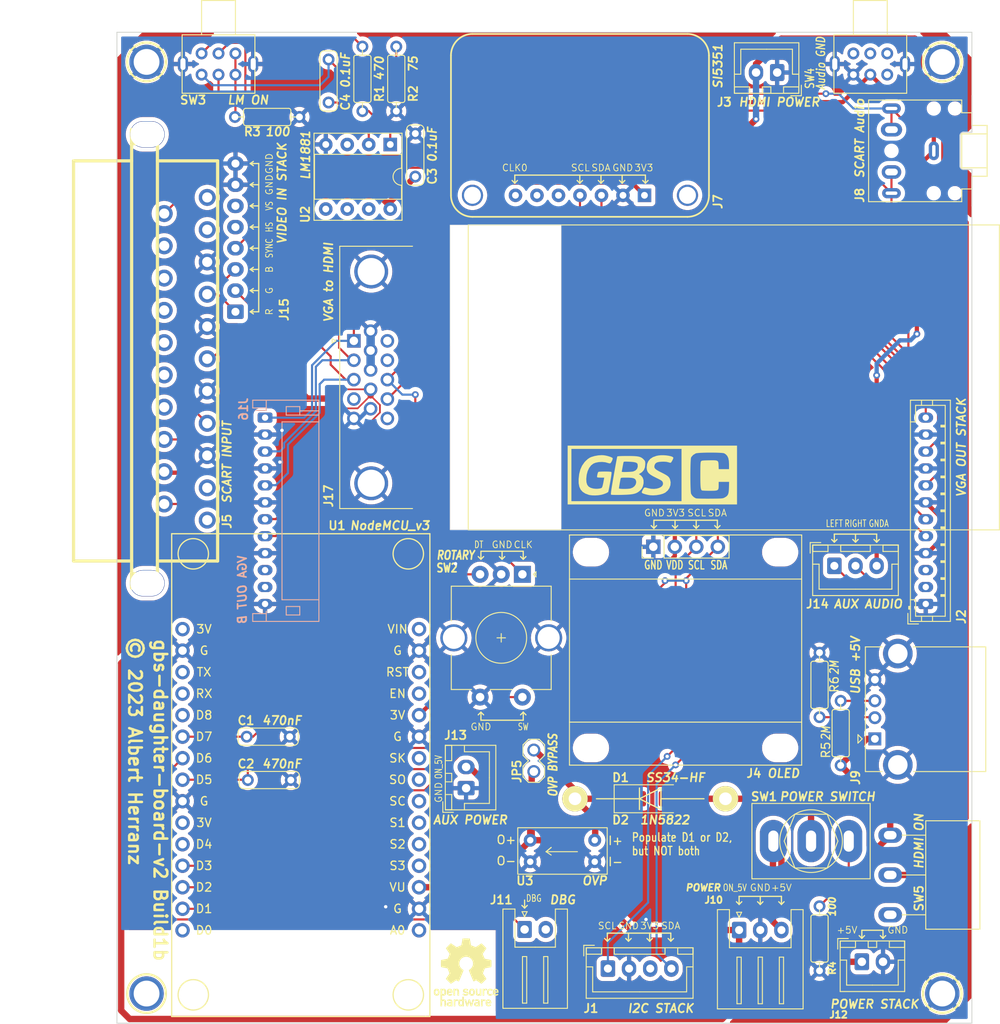
<source format=kicad_pcb>
(kicad_pcb (version 20221018) (generator pcbnew)
  (title_block (title "gbs-daughter-board v2") (date "2024-02-04") (rev "Build1b") (company "Albert Herranz"))
  (layers (0 "F.Cu" signal) (31 "B.Cu" signal) (34 "B.Paste" user) (35 "F.Paste" user) (36 "B.SilkS" user "B.Silkscreen") (37 "F.SilkS" user "F.Silkscreen") (38 "B.Mask" user) (39 "F.Mask" user) (44 "Edge.Cuts" user))
  (net 0 "")
  (net 16 "/SDA")
  (net 17 "/SCL")
  (net 19 "GND")
  (net 20 "+3V3")
  (net 21 "/CLK")
  (net 22 "/DBG")
  (net 23 "/1_SW")
  (net 24 "/A_CLK")
  (net 27 "/ARIGHT")
  (net 28 "/B")
  (net 31 "/G")
  (net 34 "/R")
  (net 38 "/SYNC")
  (net 42 "GNDA")
  (net 43 "/ALEFT")
  (net 44 "+5V")
  (net 45 "Net-(U2-VIDEO)")
  (net 46 "Net-(U2-CSYNC)")
  (net 51 "/LM_SYNC_IN")
  (net 52 "/SCART_SYNC")
  (net 53 "Net-(J9-D-)")
  (net 54 "Net-(D1-K)")
  (net 55 "/SYNC100")
  (net 56 "/ON_5V")
  (net 57 "Net-(SW1-C)")
  (net 58 "Net-(D1-A)")
  (net 59 "/MCU_3V3")
  (net 61 "/B_DT")
  (net 63 "Net-(J9-D+)")
  (net 64 "/LM_SYNC_OUT")
  (net 65 "/VO_RED")
  (net 66 "/VO_GREEN")
  (net 67 "/VO_BLUE")
  (net 68 "/VO_HSYNC")
  (net 69 "/VO_VSYNC")
  (net 72 "/HSYNC")
  (net 73 "/VSYNC")
  (net 80 "/ON_HDMI")
  (footprint "My_Components:OSHW-Logo_7.5x8mm_SilkScreen" (layer "F.Cu") (at 111 144.25)
    (fp_text reference "SYM1" hide)
    (fp_text value "Logo_Open_Hardware_Large" hide)
  )
  (footprint "My_Components:Res_762" (layer "F.Cu") (at 98.75 38.75 90)
    (fp_text reference "R1")
    (fp_text value "470")
  )
  (footprint "Connector_JST:JST_XH_S2B-XH-A_1x02_P2.50mm_Horizontal" (layer "F.Cu") (at 117.90875 139.1825)
    (fp_text reference "J11")
    (fp_text value "DBG")
  )
  (footprint "My_Components:GBS-C_Logo" (layer "F.Cu") (at 133 85.5)
    (fp_text reference "G***" hide)
    (fp_text value "LOGO" hide)
  )
  (footprint "My_Components:Hole_3mm" (layer "F.Cu") (at 73.25 146.75 -90)
    (fp_text reference "HOLE4" hide)
    (fp_text value "HOLE" hide)
  )
  (footprint "My_Components:DIODE-DO-27-DO-201AD" (layer "F.Cu") (at 132.75 123.75 180)
    (fp_text reference "D2")
    (fp_text value "1N5822")
  )
  (footprint "Connector_JST:JST_PH_B12B-PH-K_1x12_P2.00mm_Vertical" (layer "F.Cu") (at 165.3 100.75 90)
    (fp_text reference "J2")
    (fp_text value "VGA OUT STACK")
  )
  (footprint "My_Components:Cap_Cer_508" (layer "F.Cu") (at 105 47.75 90)
    (fp_text reference "C3")
    (fp_text value "0.1uF")
  )
  (footprint "Connector_USB:USB_A_CONNFLY_DS1095-WNR0" (layer "F.Cu") (at 159.29 116.68 90)
    (fp_text reference "J9")
    (fp_text value "USB +5V")
  )
  (footprint "My_Components:Cap_Cer_508" (layer "F.Cu") (at 94.75 39 90)
    (fp_text reference "C4")
    (fp_text value "0.1uF")
  )
  (footprint "TG9541:Display_128x64_096_I2C" (layer "F.Cu") (at 136.926 94.001)
    (fp_text reference "J4")
    (fp_text value "OLED")
  )
  (footprint "Connector_JST:JST_XH_B2B-XH-A_1x02_P2.50mm_Vertical" (layer "F.Cu") (at 111 122.5 90)
    (fp_text reference "J13")
    (fp_text value "AUX POWER")
  )
  (footprint "Connector_JST:JST_XH_B3B-XH-A_1x03_P2.50mm_Vertical" (layer "F.Cu") (at 154.5 96.25)
    (fp_text reference "J14")
    (fp_text value "AUX AUDIO")
  )
  (footprint "My_Components:si5351a_Module" (layer "F.Cu") (at 111.75 52.5)
    (fp_text reference "J7")
    (fp_text value "SI5351")
  )
  (footprint "My_Components:Hole_3mm" (layer "F.Cu") (at 167.25 36.75 -90)
    (fp_text reference "HOLE1" hide)
    (fp_text value "HOLE" hide)
  )
  (footprint "Connector_JST:JST_XH_S3B-XH-A_1x03_P2.50mm_Horizontal" (layer "F.Cu") (at 143.25 139.25)
    (fp_text reference "J10")
    (fp_text value "POWER")
  )
  (footprint "My_Components:Res_762" (layer "F.Cu") (at 155.25 116 90)
    (fp_text reference "R5")
    (fp_text value "2M")
  )
  (footprint "My_Components:Conn_Pin_Header_2x1_2.54mm_NoKey" (layer "F.Cu") (at 119 119.27 90)
    (fp_text reference "JP5")
    (fp_text value "OVP BYPASS")
  )
  (footprint "My_Components:Hole_3mm" (layer "F.Cu") (at 167.25 146.75 -90)
    (fp_text reference "HOLE2" hide)
    (fp_text value "HOLE" hide)
  )
  (footprint "ESP8266:NodeMCU-LoLinV3-LargePads" (layer "F.Cu") (at 91.47 118.96 180)
    (fp_text reference "U1")
    (fp_text value "NodeMCU_v3")
  )
  (footprint "My_Components:Cap_Cer_508" (layer "F.Cu") (at 87.62 116.42 180)
    (fp_text reference "C1")
    (fp_text value "470nF")
  )
  (footprint "My_Components:Res_762" (layer "F.Cu") (at 87.5 43.25 180)
    (fp_text reference "R3")
    (fp_text value "100")
  )
  (footprint "My_Components:SW_SK-22D07VG4-2P2T-4mm" (layer "F.Cu") (at 83.75 38.25 180)
    (fp_text reference "SW3")
    (fp_text value "LM ON")
  )
  (footprint "My_Components:SW_Toggle_Blue_wSlots" (layer "F.Cu") (at 151.75 128.75)
    (fp_text reference "SW1")
    (fp_text value "POWER SWITCH")
  )
  (footprint "Connector_Dsub:DSUB-15-HD_Female_Horizontal_P2.29x1.98mm_EdgePinOffset3.03mm_Housed_MountingHolesOffset4.94mm" (layer "F.Cu") (at 97.739 69.685 90)
    (fp_text reference "J17")
    (fp_text value "VGA to HDMI")
  )
  (footprint "My_Components:Res_762" (layer "F.Cu") (at 102.75 38.75 90)
    (fp_text reference "R2")
    (fp_text value "75")
  )
  (footprint "My_Components:SW_SS-12D11" (layer "F.Cu") (at 170 132.75 -90)
    (fp_text reference "SW5")
    (fp_text value "HDMI ON")
  )
  (footprint "My_Components:OVP_Module_5.5V_2.5A_30V" (layer "F.Cu") (at 121.75 125.5 180)
    (fp_text reference "U3")
    (fp_text value "OVP")
  )
  (footprint "w_conn_av:SCART" (layer "F.Cu") (at 73.13534 71.8 -90)
    (fp_text reference "J5")
    (fp_text value "SCART INPUT")
  )
  (footprint "Connector_Audio:Jack_3.5mm_CUI_SJ1-3525N_Horizontal" (layer "F.Cu") (at 166.25 47.25 90)
    (fp_text reference "J8")
    (fp_text value "SCART Audio")
    (fp_line (start -2.2 3.5) (end -2.2 4.5) (stroke (width 0.12)) (layer "Edge.Cuts"))
    (fp_line (start -2.2 4.5) (end -6.5 4.5) (stroke (width 0.12)) (layer "Edge.Cuts"))
    (fp_line (start 1.8 3.1) (end -1.8 3.1) (stroke (width 0.12)) (layer "Edge.Cuts"))
    (fp_line (start 2.2 3.5) (end 2.2 4.5) (stroke (width 0.12)) (layer "Edge.Cuts"))
    (fp_line (start 2.2 4.5) (end 6.5 4.5) (stroke (width 0.12)) (layer "Edge.Cuts"))
    (fp_arc (start -2.2 3.5) (mid -2.082842 3.217158) (end -1.8 3.1) (stroke (width 0.12)) (layer "Edge.Cuts"))
    (fp_arc (start 1.8 3.1) (mid 2.082843 3.217157) (end 2.2 3.5) (stroke (width 0.12)) (layer "Edge.Cuts"))
  )
  (footprint "My_Components:Res_762" (layer "F.Cu") (at 152.75 110.31 -90)
    (fp_text reference "R6")
    (fp_text value "2M")
  )
  (footprint "Rotary_Encoder:RotaryEncoder_Alps_EC11E-Switch_Vertical_H20mm_CircularMountingHoles" (layer "F.Cu") (at 117.65 97.25 -90)
    (fp_text reference "SW2")
    (fp_text value "ROTARY")
  )
  (footprint "My_Components:Hole_3mm" (layer "F.Cu") (at 73.25 36.75 -90)
    (fp_text reference "HOLE3" hide)
    (fp_text value "HOLE" hide)
  )
  (footprint "Connector_JST:JST_XH_B4B-XH-A_1x04_P2.50mm_Vertical" (layer "F.Cu") (at 127.75 143.8)
    (fp_text reference "J1")
    (fp_text value "I2C STACK")
  )
  (footprint "My_Components:Cap_Cer_508" (layer "F.Cu") (at 87.75 121.54 180)
    (fp_text reference "C2")
    (fp_text value "470nF")
  )
  (footprint "Connector_JST:JST_XH_B2B-XH-A_1x02_P2.50mm_Vertical" (layer "F.Cu") (at 157.75 143)
    (fp_text reference "J12")
    (fp_text value "POWER STACK")
  )
  (footprint "My_Components:Res_762" (layer "F.Cu") (at 152.75 140.25 90)
    (fp_text reference "R4")
    (fp_text value "100")
  )
  (footprint "Connector_JST:JST_XH_B2B-XH-A_1x02_P2.50mm_Vertical" (layer "F.Cu") (at 147.75 38 180)
    (fp_text reference "J3")
    (fp_text value "HDMI POWER")
  )
  (footprint "My_Components:SW_SK-22D07VG4-2P2T-4mm" (layer "F.Cu") (at 160.75 38.25 180)
    (fp_text reference "SW4")
    (fp_text value "Audio GND")
  )
  (footprint "Package_DIP:DIP-8_W7.62mm_Socket" (layer "F.Cu") (at 102.04 46.5 -90)
    (fp_text reference "U2")
    (fp_text value "LM1881")
  )
  (footprint "Diode_SMD:D_SMA_Handsoldering" (layer "F.Cu") (at 133 123.75)
    (fp_text reference "D1")
    (fp_text value "SS34-HF")
  )
  (footprint "My_Components:Conn_1x08_P2.50mm" (layer "F.Cu") (at 83.75 66.25 90)
    (fp_text reference "J15")
    (fp_text value "VIDEO IN STACK")
  )
  (footprint "Connector_JST:JST_PH_S12B-PH-K_1x12_P2.00mm_Horizontal" (layer "B.Cu") (at 87.25 78.75 -90)
    (fp_text reference "J16")
    (fp_text value "VGA OUT B")
  )
  (gr_line (start 148.25 136.22625) (end 148.25 135.27375) (stroke (width 0.15)) (layer "F.SilkS"))
  (gr_line locked (start 85.865 54) (end 85.5 53.75) (stroke (width 0.15)) (layer "F.SilkS"))
  (gr_line (start 157 92.5) (end 157 93.4525) (stroke (width 0.15)) (layer "F.SilkS"))
  (gr_line locked (start 127.6825 140.5675) (end 127.365 140.25) (stroke (width 0.15)) (layer "F.SilkS"))
  (gr_line locked (start 85.5 48.75) (end 86.5 48.75) (stroke (width 0.15)) (layer "F.SilkS"))
  (gr_line (start 143.25 136.22625) (end 142.9325 135.90875) (stroke (width 0.15)) (layer "F.SilkS"))
  (gr_line locked (start 135.1825 139.615) (end 127.6825 139.615) (stroke (width 0.15)) (layer "F.SilkS"))
  (gr_line (start 117.75 113.52375) (end 118.0675 113.84125) (stroke (width 0.15)) (layer "F.SilkS"))
  (gr_line locked (start 85.865 49) (end 85.5 48.75) (stroke (width 0.15)) (layer "F.SilkS"))
  (gr_line (start 118.22625 136.34125) (end 117.90875 136.65875) (stroke (width 0.15)) (layer "F.SilkS"))
  (gr_line locked (start 128 140.25) (end 127.6825 140.5675) (stroke (width 0.15)) (layer "F.SilkS"))
  (gr_line (start 154.8175 93.135) (end 154.5 93.4525) (stroke (width 0.15)) (layer "F.SilkS"))
  (gr_line (start 174 56) (end 174 92) (stroke (width 0.12)) (layer "F.SilkS"))
  (gr_line (start 141 91.5) (end 140.6825 91.8175) (stroke (width 0.15)) (layer "F.SilkS"))
  (gr_line (start 116.75 51.0675) (end 116.4325 50.75) (stroke (width 0.15)) (layer "F.SilkS"))
  (gr_line locked (start 132.6825 140.5675) (end 132.365 140.25) (stroke (width 0.15)) (layer "F.SilkS"))
  (gr_line (start 124.4325 50.115) (end 124.4325 51.0675) (stroke (width 0.15)) (layer "F.SilkS"))
  (gr_line locked (start 86.5 66.25) (end 86.5 48.75) (stroke (width 0.15)) (layer "F.SilkS"))
  (gr_line locked (start 85.5 61.25) (end 85.865 61) (stroke (width 0.15)) (layer "F.SilkS"))
  (gr_line (start 132.1825 51.0675) (end 131.865 50.75) (stroke (width 0.15)) (layer "F.SilkS"))
  (gr_line (start 117.75 94.52375) (end 112.75 94.52375) (stroke (width 0.15)) (layer "F.SilkS"))
  (gr_line locked (start 160.5675 139.90875) (end 160.25 140.22625) (stroke (width 0.15)) (layer "F.SilkS"))
  (gr_line (start 138.1825 90.865) (end 138.1825 91.8175) (stroke (width 0.15)) (layer "F.SilkS"))
  (gr_line (start 117.0675 50.75) (end 116.75 51.0675) (stroke (width 0.15)) (layer "F.SilkS"))
  (gr_line locked (start 85.5 66.25) (end 86.5 66.25) (stroke (width 0.15)) (layer "F.SilkS"))
  (gr_line (start 143.25 135.27375) (end 143.25 136.22625) (stroke (width 0.15)) (layer "F.SilkS"))
  (gr_line (start 133.5 91.5) (end 133.1825 91.8175) (stroke (width 0.15)) (layer "F.SilkS"))
  (gr_line (start 145.75 135.27375) (end 145.75 136.22625) (stroke (width 0.15)) (layer "F.SilkS"))
  (gr_line (start 138.5 91.5) (end 138.1825 91.8175) (stroke (width 0.15)) (layer "F.SilkS"))
  (gr_line (start 132.5 50.75) (end 132.1825 51.0675) (stroke (width 0.15)) (layer "F.SilkS"))
  (gr_line (start 112.75 114.47625) (end 117.75 114.47625) (stroke (width 0.15)) (layer "F.SilkS"))
  (gr_line (start 111.25 56) (end 174 56) (stroke (width 0.12)) (layer "F.SilkS"))
  (gr_line (start 159.5 92.5) (end 154.5 92.5) (stroke (width 0.15)) (layer "F.SilkS"))
  (gr_line (start 115.25 95.47625) (end 114.9325 95.15875) (stroke (width 0.15)) (layer "F.SilkS"))
  (gr_line locked (start 85.5 58.75) (end 86.5 58.75) (stroke (width 0.15)) (layer "F.SilkS"))
  (gr_line (start 135.6825 91.8175) (end 135.365 91.5) (stroke (width 0.15)) (layer "F.SilkS"))
  (gr_line (start 129.4325 51.0675) (end 129.115 50.75) (stroke (width 0.15)) (layer "F.SilkS"))
  (gr_line locked (start 157.75 140.22625) (end 157.4325 139.90875) (stroke (width 0.15)) (layer "F.SilkS"))
  (gr_line (start 129.4325 51.0675) (end 129.4325 50.115) (stroke (width 0.15)) (layer "F.SilkS"))
  (gr_line (start 157 93.4525) (end 156.6825 93.135) (stroke (width 0.15)) (layer "F.SilkS"))
  (gr_line (start 148.5675 135.90875) (end 148.25 136.22625) (stroke (width 0.15)) (layer "F.SilkS"))
  (gr_line (start 135.6825 90.865) (end 135.6825 91.8175) (stroke (width 0.15)) (layer "F.SilkS"))
  (gr_line locked (start 130.1825 140.5675) (end 129.865 140.25) (stroke (width 0.15)) (layer "F.SilkS"))
  (gr_line locked (start 85.5 51.25) (end 85.865 51) (stroke (width 0.15)) (layer "F.SilkS"))
  (gr_line (start 113.0675 95.15875) (end 112.75 95.47625) (stroke (width 0.15)) (layer "F.SilkS"))
  (gr_line (start 136 91.5) (end 135.6825 91.8175) (stroke (width 0.15)) (layer "F.SilkS"))
  (gr_line (start 148.25 136.22625) (end 147.9325 135.90875) (stroke (width 0.15)) (layer "F.SilkS"))
  (gr_line (start 117.75 114.47625) (end 117.75 113.52375) (stroke (width 0.15)) (layer "F.SilkS"))
  (gr_line locked (start 85.5 63.75) (end 85.865 63.5) (stroke (width 0.15)) (layer "F.SilkS"))
  (gr_line (start 127.25 50.75) (end 126.9325 51.0675) (stroke (width 0.15)) (layer "F.SilkS"))
  (gr_line locked (start 160.25 140.22625) (end 159.9325 139.90875) (stroke (width 0.15)) (layer "F.SilkS"))
  (gr_line (start 116.75 50.115) (end 116.75 51.0675) (stroke (width 0.15)) (layer "F.SilkS"))
  (gr_line (start 126.9325 50.115) (end 126.9325 51.0675) (stroke (width 0.15)) (layer "F.SilkS"))
  (gr_line locked (start 85.5 66.25) (end 85.865 66) (stroke (width 0.15)) (layer "F.SilkS"))
  (gr_line (start 138.1825 91.8175) (end 137.865 91.5) (stroke (width 0.15)) (layer "F.SilkS"))
  (gr_line (start 118.0675 95.15875) (end 117.75 95.47625) (stroke (width 0.15)) (layer "F.SilkS"))
  (gr_line (start 159.8175 93.135) (end 159.5 93.4525) (stroke (width 0.15)) (layer "F.SilkS"))
  (gr_line (start 115.25 94.52375) (end 115.25 95.47625) (stroke (width 0.15)) (layer "F.SilkS"))
  (gr_line locked (start 130.1825 139.615) (end 130.1825 140.5675) (stroke (width 0.15)) (layer "F.SilkS"))
  (gr_line locked (start 85.5 61.25) (end 86.5 61.25) (stroke (width 0.15)) (layer "F.SilkS"))
  (gr_line (start 124.75 50.75) (end 124.4325 51.0675) (stroke (width 0.15)) (layer "F.SilkS"))
  (gr_line locked (start 157.75 139.27375) (end 157.75 140.22625) (stroke (width 0.15)) (layer "F.SilkS"))
  (gr_line locked (start 135.1825 140.5675) (end 134.865 140.25) (stroke (width 0.15)) (layer "F.SilkS"))
  (gr_line (start 112.4325 113.84125) (end 112.75 113.52375) (stroke (width 0.15)) (layer "F.SilkS"))
  (gr_line (start 154.5 92.5) (end 154.5 93.4525) (stroke (width 0.15)) (layer "F.SilkS"))
  (gr_line (start 132.1825 50.115) (end 116.75 50.115) (stroke (width 0.15)) (layer "F.SilkS"))
  (gr_line (start 112.75 94.52375) (end 112.75 95.47625) (stroke (width 0.15)) (layer "F.SilkS"))
  (gr_line (start 146.0675 135.90875) (end 145.75 136.22625) (stroke (width 0.15)) (layer "F.SilkS"))
  (gr_line (start 157.3175 93.135) (end 157 93.4525) (stroke (width 0.15)) (layer "F.SilkS"))
  (gr_line locked (start 85.5 56.25) (end 86.5 56.25) (stroke (width 0.15)) (layer "F.SilkS"))
  (gr_line (start 126.9325 51.0675) (end 126.615 50.75) (stroke (width 0.15)) (layer "F.SilkS"))
  (gr_line (start 154.5 93.4525) (end 154.1825 93.135) (stroke (width 0.15)) (layer "F.SilkS"))
  (gr_line (start 145.75 136.22625) (end 145.4325 135.90875) (stroke (width 0.15)) (layer "F.SilkS"))
  (gr_line locked (start 85.5 63.75) (end 86.5 63.75) (stroke (width 0.15)) (layer "F.SilkS"))
  (gr_line locked (start 85.5 56.25) (end 85.865 56) (stroke (width 0.15)) (layer "F.SilkS"))
  (gr_line locked (start 135.5 140.25) (end 135.1825 140.5675) (stroke (width 0.15)) (layer "F.SilkS"))
  (gr_line (start 117.75 95.47625) (end 117.4325 95.15875) (stroke (width 0.15)) (layer "F.SilkS"))
  (gr_line (start 159.5 93.4525) (end 159.1825 93.135) (stroke (width 0.15)) (layer "F.SilkS"))
  (gr_line (start 140.6825 90.865) (end 133.1825 90.865) (stroke (width 0.15)) (layer "F.SilkS"))
  (gr_line locked (start 135.1825 140.5675) (end 135.1825 139.615) (stroke (width 0.15)) (layer "F.SilkS"))
  (gr_line (start 112.75 113.52375) (end 113.0675 113.84125) (stroke (width 0.15)) (layer "F.SilkS"))
  (gr_line (start 129.75 50.75) (end 129.4325 51.0675) (stroke (width 0.15)) (layer "F.SilkS"))
  (gr_line locked (start 127.6825 139.615) (end 127.6825 140.5675) (stroke (width 0.15)) (layer "F.SilkS"))
  (gr_line locked (start 85.865 59) (end 85.5 58.75) (stroke (width 0.15)) (layer "F.SilkS"))
  (gr_line locked (start 85.5 58.75) (end 85.865 58.5) (stroke (width 0.15)) (layer "F.SilkS"))
  (gr_line (start 112.75 114.47625) (end 112.75 113.52375) (stroke (width 0.15)) (layer "F.SilkS"))
  (gr_line (start 111.25 56) (end 111.25 92) (stroke (width 0.12)) (layer "F.SilkS"))
  (gr_line (start 133.1825 91.8175) (end 132.865 91.5) (stroke (width 0.15)) (layer "F.SilkS"))
  (gr_line locked (start 85.865 66.5) (end 85.5 66.25) (stroke (width 0.15)) (layer "F.SilkS"))
  (gr_line locked (start 160.25 139.27375) (end 157.75 139.27375) (stroke (width 0.15)) (layer "F.SilkS"))
  (gr_line (start 148.25 135.27375) (end 143.25 135.27375) (stroke (width 0.15)) (layer "F.SilkS"))
  (gr_line (start 115.5675 95.15875) (end 115.25 95.47625) (stroke (width 0.15)) (layer "F.SilkS"))
  (gr_line (start 132.1825 51.0675) (end 132.1825 50.115) (stroke (width 0.15)) (layer "F.SilkS"))
  (gr_line (start 140.6825 91.8175) (end 140.365 91.5) (stroke (width 0.15)) (layer "F.SilkS"))
  (gr_line locked (start 85.865 51.5) (end 85.5 51.25) (stroke (width 0.15)) (layer "F.SilkS"))
  (gr_line locked (start 85.5 53.75) (end 85.865 53.5) (stroke (width 0.15)) (layer "F.SilkS"))
  (gr_line locked (start 85.865 64) (end 85.5 63.75) (stroke (width 0.15)) (layer "F.SilkS"))
  (gr_line locked (start 85.5 53.75) (end 86.5 53.75) (stroke (width 0.15)) (layer "F.SilkS"))
  (gr_line (start 117.4325 113.84125) (end 117.75 113.52375) (stroke (width 0.15)) (layer "F.SilkS"))
  (gr_line locked (start 85.865 61.5) (end 85.5 61.25) (stroke (width 0.15)) (layer "F.SilkS"))
  (gr_line (start 112.75 95.47625) (end 112.4325 95.15875) (stroke (width 0.15)) (layer "F.SilkS"))
  (gr_line locked (start 160.25 140.22625) (end 160.25 139.27375) (stroke (width 0.15)) (layer "F.SilkS"))
  (gr_line (start 159.5 93.4525) (end 159.5 92.5) (stroke (width 0.15)) (layer "F.SilkS"))
  (gr_line locked (start 133 140.25) (end 132.6825 140.5675) (stroke (width 0.15)) (layer "F.SilkS"))
  (gr_line locked (start 132.6825 139.615) (end 132.6825 140.5675) (stroke (width 0.15)) (layer "F.SilkS"))
  (gr_line (start 117.90875 136.65875) (end 117.59125 136.34125) (stroke (width 0.15)) (layer "F.SilkS"))
  (gr_line locked (start 158.0675 139.90875) (end 157.75 140.22625) (stroke (width 0.15)) (layer "F.SilkS"))
  (gr_line (start 111.25 92) (end 174 92) (stroke (width 0.12)) (layer "F.SilkS"))
  (gr_line (start 140.6825 91.8175) (end 140.6825 90.865) (stroke (width 0.15)) (layer "F.SilkS"))
  (gr_line (start 143.5675 135.90875) (end 143.25 136.22625) (stroke (width 0.15)) (layer "F.SilkS"))
  (gr_line locked (start 85.865 56.5) (end 85.5 56.25) (stroke (width 0.15)) (layer "F.SilkS"))
  (gr_line locked (start 85.5 48.75) (end 85.865 48.5) (stroke (width 0.15)) (layer "F.SilkS"))
  (gr_line locked (start 85.5 51.25) (end 86.5 51.25) (stroke (width 0.15)) (layer "F.SilkS"))
  (gr_line locked (start 130.5 140.25) (end 130.1825 140.5675) (stroke (width 0.15)) (layer "F.SilkS"))
  (gr_line (start 117.75 95.47625) (end 117.75 94.52375) (stroke (width 0.15)) (layer "F.SilkS"))
  (gr_line (start 124.4325 51.0675) (end 124.115 50.75) (stroke (width 0.15)) (layer "F.SilkS"))
  (gr_line (start 133.1825 90.865) (end 133.1825 91.8175) (stroke (width 0.15)) (layer "F.SilkS"))
  (gr_line (start 117.90875 135.70625) (end 117.90875 136.65875) (stroke (width 0.15)) (layer "F.SilkS"))
  (gr_line (start 170.75 33.25) (end 69.75 33.25) (stroke (width 0.1)) (layer "Edge.Cuts"))
  (gr_line (start 122.25 56) (end 122.25 92) (stroke (width 0.05)) (layer "Edge.Cuts"))
  (gr_line (start 109.1 92) (end 109.1 56) (stroke (width 0.05)) (layer "Edge.Cuts"))
  (gr_line (start 170.75 33.25) (end 170.75 40.75) (stroke (width 0.1)) (layer "Edge.Cuts"))
  (gr_line (start 109.1 56) (end 122.25 56) (stroke (width 0.05)) (layer "Edge.Cuts"))
  (gr_line (start 69.75 150.25) (end 170.75 150.25) (stroke (width 0.1)) (layer "Edge.Cuts"))
  (gr_line (start 170.75 150.25) (end 170.75 53.75) (stroke (width 0.1)) (layer "Edge.Cuts"))
  (gr_line (start 69.75 33.25) (end 69.75 150.25) (stroke (width 0.1)) (layer "Edge.Cuts"))
  (gr_line (start 122.25 92) (end 109.1 92) (stroke (width 0.05)) (layer "Edge.Cuts"))
  (gr_text "CLK" (at 117.75 93.75) (layer "F.SilkS") (effects (font (size 0.8 0.8) (thickness 0.1))))
  (gr_text "ON_5V" (at 142.75 134.25) (layer "F.SilkS") (effects (font (size 0.8 0.6) (thickness 0.1))))
  (gr_text locked "R\n" (at 87.75 66.25 90) (layer "F.SilkS") (effects (font (size 0.8 0.8) (thickness 0.1))))
  (gr_text "RIGHT" (at 157 91.25) (layer "F.SilkS") (effects (font (size 0.8 0.6) (thickness 0.1))))
  (gr_text locked "HS" (at 87.75 56.25 90) (layer "F.SilkS") (effects (font (size 0.8 0.6) (thickness 0.1))))
  (gr_text locked "SYNC" (at 87.75 58.75 90) (layer "F.SilkS") (effects (font (size 0.8 0.6) (thickness 0.1))))
  (gr_text "CLK0" (at 116.75 49.25) (layer "F.SilkS") (effects (font (size 0.8 0.8) (thickness 0.1))))
  (gr_text "SDA" (at 140.6825 90) (layer "F.SilkS") (effects (font (size 0.8 0.8) (thickness 0.1))))
  (gr_text locked "G" (at 87.75 63.75 90) (layer "F.SilkS") (effects (font (size 0.8 0.8) (thickness 0.1))))
  (gr_text locked "SCL\n" (at 127.6825 138.75) (layer "F.SilkS") (effects (font (size 0.8 0.8) (thickness 0.1))))
  (gr_text "LEFT" (at 154.5 91.25) (layer "F.SilkS") (effects (font (size 0.8 0.6) (thickness 0.1))))
  (gr_text "© 2023 Albert Herranz" (at 71 104.5 -90) (layer "F.SilkS") (effects (font (size 1.5 1.5) (thickness 0.3) bold) (justify left bottom)))
  (gr_text "SCL\n" (at 138.25 90) (layer "F.SilkS") (effects (font (size 0.8 0.8) (thickness 0.1))))
  (gr_text "SW" (at 117.75 115.25) (layer "F.SilkS") (effects (font (size 0.8 0.6) (thickness 0.1))))
  (gr_text locked "VS" (at 87.75 53.75 90) (layer "F.SilkS") (effects (font (size 0.8 0.6) (thickness 0.1))))
  (gr_text "3V3" (at 132 49.25) (layer "F.SilkS") (effects (font (size 0.8 0.8) (thickness 0.1))))
  (gr_text "gbs-daughter-board-v2 Build1b" (at 74 104.75 270) (layer "F.SilkS") (effects (font (size 1.5 1.5) (thickness 0.3) bold) (justify left bottom)))
  (gr_text "GNDA" (at 159.75 91.25) (layer "F.SilkS") (effects (font (size 0.8 0.6) (thickness 0.1))))
  (gr_text "GND" (at 115.25 93.75) (layer "F.SilkS") (effects (font (size 0.8 0.8) (thickness 0.1))))
  (gr_text locked "GND" (at 130.1825 138.75) (layer "F.SilkS") (effects (font (size 0.8 0.8) (thickness 0.1))))
  (gr_text "+5V" (at 148.25 134.25) (layer "F.SilkS") (effects (font (size 0.8 0.8) (thickness 0.1))))
  (gr_text "GND" (at 145.75 134.25) (layer "F.SilkS") (effects (font (size 0.8 0.8) (thickness 0.1))))
  (gr_text locked "SDA" (at 135.1825 138.75) (layer "F.SilkS") (effects (font (size 0.8 0.8) (thickness 0.1))))
  (gr_text locked "3V3" (at 132.6825 138.75) (layer "F.SilkS") (effects (font (size 0.8 0.8) (thickness 0.1))))
  (gr_text "SDA" (at 126.9325 49.25) (layer "F.SilkS") (effects (font (size 0.8 0.8) (thickness 0.1))))
  (gr_text "3V3" (at 135.75 90) (layer "F.SilkS") (effects (font (size 0.8 0.8) (thickness 0.1))))
  (gr_text locked "B" (at 87.75 61.25 90) (layer "F.SilkS") (effects (font (size 0.8 0.8) (thickness 0.1))))
  (gr_text "GND" (at 133.25 90) (layer "F.SilkS") (effects (font (size 0.8 0.8) (thickness 0.1))))
  (gr_text "DT" (at 112.5 93.75) (layer "F.SilkS") (effects (font (size 0.8 0.6) (thickness 0.1))))
  (gr_text locked "GND" (at 162 139.25) (layer "F.SilkS") (effects (font (size 0.8 0.8) (thickness 0.1))))
  (gr_text "SCL\n" (at 124.5 49.25) (layer "F.SilkS") (effects (font (size 0.8 0.8) (thickness 0.1))))
  (gr_text "GND" (at 107.75 123 90) (layer "F.SilkS") (effects (font (size 0.8 0.8) (thickness 0.1))))
  (gr_text locked "+5V" (at 156 139.25) (layer "F.SilkS") (effects (font (size 0.8 0.8) (thickness 0.1))))
  (gr_text locked "GND" (at 87.75 48.75 90) (layer "F.SilkS") (effects (font (size 0.8 0.8) (thickness 0.1))))
  (gr_text "Populate D1 or D2,\nbut NOT both" (at 130.5 130.5) (layer "F.SilkS") (effects (font (size 1 0.8) (thickness 0.15) bold) (justify left bottom)))
  (gr_text "GND" (at 112.75 115.25) (layer "F.SilkS") (effects (font (size 0.8 0.8) (thickness 0.1))))
  (gr_text "GND" (at 129.5 49.25) (layer "F.SilkS") (effects (font (size 0.8 0.8) (thickness 0.1))))
  (gr_text locked "GND" (at 87.75 51.25 90) (layer "F.SilkS") (effects (font (size 0.8 0.8) (thickness 0.1))))
  (gr_text "DBG" (at 119 135.5) (layer "F.SilkS") (effects (font (size 0.8 0.6) (thickness 0.1))))
  (gr_text "ON_5V" (at 107.75 120 90) (layer "F.SilkS") (effects (font (size 0.8 0.6) (thickness 0.1))))
  (segment (start 135.75 119.75) (end 137 118.5) (width 0.25) (layer "F.Cu") (net 16))
  (segment (start 137 118.5) (end 137 97.737) (width 0.25) (layer "F.Cu") (net 16))
  (segment (start 137 97.737) (end 140.736 94.001) (width 0.25) (layer "F.Cu") (net 16))
  (segment (start 114.5 113.5) (end 107.75 120.25) (width 0.25) (layer "F.Cu") (net 16))
  (segment (start 119.25 113.5) (end 114.5 113.5) (width 0.25) (layer "F.Cu") (net 16))
  (segment (start 140.736 90.986) (end 140.736 93.986) (width 0.25) (layer "F.Cu") (net 16))
  (segment (start 134.5 98.25) (end 119.25 113.5) (width 0.25) (layer "F.Cu") (net 16))
  (segment (start 126.99 52.5) (end 126.99 54.99) (width 0.25) (layer "F.Cu") (net 16))
  (segment (start 132.25 82.5) (end 140.736 90.986) (width 0.25) (layer "F.Cu") (net 16))
  (segment (start 137 97.9935) (end 137 97.737) (width 0.25) (layer "F.Cu") (net 16))
  (segment (start 134.5 98) (end 134.5 98.25) (width 0.25) (layer "F.Cu") (net 16))
  (segment (start 132.25 60.25) (end 132.25 82.5) (width 0.25) (layer "F.Cu") (net 16))
  (segment (start 107.75 120.25) (end 101 120.25) (width 0.25) (layer "F.Cu") (net 16))
  (segment (start 101 120.25) (end 87.05 134.2) (width 0.25) (layer "F.Cu") (net 16))
  (segment (start 87.05 134.2) (end 77.5 134.2) (width 0.25) (layer "F.Cu") (net 16))
  (segment (start 126.99 54.99) (end 132.25 60.25) (width 0.25) (layer "F.Cu") (net 16))
  (via (at 137 97.9935) (size 0.8) (drill 0.4) (layers "F.Cu" "B.Cu") (net 16))
  (via (at 134.5 98) (size 0.8) (drill 0.4) (layers "F.Cu" "B.Cu") (net 16))
  (via (at 135.75 119.75) (size 0.8) (drill 0.4) (layers "F.Cu" "B.Cu") (net 16))
  (segment (start 133.5 142.05) (end 135.25 143.8) (width 0.25) (layer "B.Cu") (net 16))
  (segment (start 137 97.9935) (end 136.9935 98) (width 0.25) (layer "B.Cu") (net 16))
  (segment (start 135.75 119.75) (end 133.5 122) (width 0.25) (layer "B.Cu") (net 16))
  (segment (start 133.5 122) (end 133.5 142.05) (width 0.25) (layer "B.Cu") (net 16))
  (segment (start 136.9935 98) (end 134.5 98) (width 0.25) (layer "B.Cu") (net 16))
  (segment (start 99.75 122.75) (end 85.76 136.74) (width 0.25) (layer "F.Cu") (net 17))
  (segment (start 120.25 114.25) (end 114.596133 114.25) (width 0.25) (layer "F.Cu") (net 17))
  (segment (start 124.45 54.95) (end 131.25 61.75) (width 0.25) (layer "F.Cu") (net 17))
  (segment (start 120.25 114.25) (end 135.75 98.75) (width 0.25) (layer "F.Cu") (net 17))
  (segment (start 138.196 91.196) (end 138.196 94.001) (width 0.25) (layer "F.Cu") (net 17))
  (segment (start 134.75 118.75) (end 135.75 117.75) (width 0.25) (layer "F.Cu") (net 17))
  (segment (start 106.096133 122.75) (end 99.75 122.75) (width 0.25) (layer "F.Cu") (net 17))
  (segment (start 114.596133 114.25) (end 106.096133 122.75) (width 0.25) (layer "F.Cu") (net 17))
  (segment (start 85.76 136.74) (end 77.5 136.74) (width 0.25) (layer "F.Cu") (net 17))
  (segment (start 135.75 96.447) (end 135.75 98.75) (width 0.25) (layer "F.Cu") (net 17))
  (segment (start 138.196 94.001) (end 135.75 96.447) (width 0.25) (layer "F.Cu") (net 17))
  (segment (start 135.75 117.75) (end 135.75 98.75) (width 0.25) (layer "F.Cu") (net 17))
  (segment (start 124.45 52.7) (end 124.45 54.95) (width 0.25) (layer "F.Cu") (net 17))
  (segment (start 131.25 84.25) (end 138.196 91.196) (width 0.25) (layer "F.Cu") (net 17))
  (segment (start 131.25 61.75) (end 131.25 84.25) (width 0.25) (layer "F.Cu") (net 17))
  (via (at 134.75 118.75) (size 0.8) (drill 0.4) (layers "F.Cu" "B.Cu") (net 17))
  (segment (start 132.5 121) (end 132.5 136) (width 0.25) (layer "B.Cu") (net 17))
  (segment (start 134.75 118.75) (end 132.5 121) (width 0.25) (layer "B.Cu") (net 17))
  (segment (start 132.5 136) (end 127.75 140.75) (width 0.25) (layer "B.Cu") (net 17))
  (segment (start 127.75 140.75) (end 127.75 143.8) (width 0.25) (layer "B.Cu") (net 17))
  (segment (start 167 90.45) (end 167 93.25) (width 0.5) (layer "F.Cu") (net 19))
  (segment (start 167 93.25) (end 165.5 94.75) (width 0.5) (layer "F.Cu") (net 19))
  (segment (start 165.3 88.75) (end 167 90.45) (width 0.5) (layer "F.Cu") (net 19))
  (via (at 101.5 136.5) (size 0.8) (drill 0.4) (layers "F.Cu" "B.Cu") (net 19))
  (via (at 89 84) (size 0.8) (drill 0.4) (layers "F.Cu" "B.Cu") (net 19))
  (via (at 89.25 80.25) (size 0.8) (drill 0.4) (layers "F.Cu" "B.Cu") (net 19))
  (via (at 109.75 96) (size 0.8) (drill 0.4) (layers "F.Cu" "B.Cu") (net 19))
  (via (at 132.25 138) (size 0.8) (drill 0.4) (layers "F.Cu" "B.Cu") (net 19))
  (segment (start 98.405 78.845) (end 97.739 78.845) (width 0.5) (layer "B.Cu") (net 19))
  (segment (start 99.55 77.7) (end 98.405 78.845) (width 0.5) (layer "B.Cu") (net 19))
  (segment (start 99.719 68.54) (end 99.719 73.12) (width 1) (layer "B.Cu") (net 19))
  (segment (start 76.640344 138) (end 116.72625 138) (width 0.25) (layer "F.Cu") (net 22))
  (segment (start 116.72625 138) (end 117.90875 139.1825) (width 0.25) (layer "F.Cu") (net 22))
  (segment (start 75.75 137.109656) (end 76.640344 138) (width 0.25) (layer "F.Cu") (net 22))
  (segment (start 77.5 118.96) (end 75.75 120.71) (width 0.25) (layer "F.Cu") (net 22))
  (segment (start 75.75 120.71) (end 75.75 137.109656) (width 0.25) (layer "F.Cu") (net 22))
  (segment (start 109.25 117.75) (end 115.25 111.75) (width 0.25) (layer "F.Cu") (net 23))
  (segment (start 88.34 131.66) (end 102.25 117.75) (width 0.25) (layer "F.Cu") (net 23))
  (segment (start 115.25 111.75) (end 117.65 111.75) (width 0.25) (layer "F.Cu") (net 23))
  (segment (start 77.5 131.66) (end 88.34 131.66) (width 0.25) (layer "F.Cu") (net 23))
  (segment (start 102.25 117.75) (end 109.25 117.75) (width 0.25) (layer "F.Cu") (net 23))
  (segment (start 107.5 94.75) (end 115.15 94.75) (width 0.25) (layer "F.Cu") (net 24))
  (segment (start 85.83 116.42) (end 107.5 94.75) (width 0.25) (layer "F.Cu") (net 24))
  (segment (start 85.08 116.42) (end 85.83 116.42) (width 0.25) (layer "F.Cu") (net 24))
  (segment (start 77.5 116.42) (end 85.08 116.42) (width 0.25) (layer "F.Cu") (net 24))
  (segment (start 115.15 94.75) (end 117.65 97.25) (width 0.25) (layer "F.Cu") (net 24))
  (segment (start 112.75 42.5) (end 151.5 42.5) (width 0.25) (layer "F.Cu") (net 27))
  (segment (start 83.5 86.5) (end 83.5 72) (width 0.25) (layer "F.Cu") (net 27))
  (segment (start 151.5 42.5) (end 161.25 52.25) (width 0.25) (layer "F.Cu") (net 27))
  (segment (start 90.5 53.375) (end 94.625 49.25) (width 0.25) (layer "F.Cu") (net 27))
  (segment (start 163.5 102.75) (end 157 96.25) (width 0.25) (layer "F.Cu") (net 27))
  (segment (start 161.25 69.25) (end 168.25 76.25) (width 0.25) (layer "F.Cu") (net 27))
  (segment (start 94.625 49.25) (end 106 49.25) (width 0.25) (layer "F.Cu") (net 27))
  (segment (start 161.25 52.25) (end 161.25 69.25) (width 0.25) (layer "F.Cu") (net 27))
  (segment (start 161.25 52.25) (end 161.25 49.75) (width 0.25) (layer "F.Cu") (net 27))
  (segment (start 83.5 72) (end 90.5 65) (width 0.25) (layer "F.Cu") (net 27))
  (segment (start 106 49.25) (end 112.75 42.5) (width 0.25) (layer "F.Cu") (net 27))
  (segment (start 168.25 100.25) (end 165.75 102.75) (width 0.25) (layer "F.Cu") (net 27))
  (segment (start 75.33498 88.945) (end 81.055 88.945) (width 0.25) (layer "F.Cu") (net 27))
  (segment (start 165.75 102.75) (end 163.5 102.75) (width 0.25) (layer "F.Cu") (net 27))
  (segment (start 81.055 88.945) (end 83.5 86.5) (width 0.25) (layer "F.Cu") (net 27))
  (segment (start 90.5 65) (end 90.5 53.375) (width 0.25) (layer "F.Cu") (net 27))
  (segment (start 168.25 76.25) (end 168.25 100.25) (width 0.25) (layer "F.Cu") (net 27))
  (segment (start 82.75 62.25) (end 83.75 61.25) (width 0.25) (layer "F.Cu") (net 28))
  (segment (start 78.5 77.50502) (end 78.5 63.5) (width 0.25) (layer "F.Cu") (net 28))
  (segment (start 80.41498 79.42) (end 78.5 77.50502) (width 0.25) (layer "F.Cu") (net 28))
  (segment (start 79.75 62.25) (end 82.75 62.25) (width 0.25) (layer "F.Cu") (net 28))
  (segment (start 78.5 63.5) (end 79.75 62.25) (width 0.25) (layer "F.Cu") (net 28))
  (segment (start 85.5 65.5) (end 83.75 63.75) (width 0.25) (layer "F.Cu") (net 31))
  (segment (start 85.5 67.25) (end 85.5 65.5) (width 0.25) (layer "F.Cu") (net 31))
  (segment (start 80.95 71.8) (end 85.5 67.25) (width 0.25) (layer "F.Cu") (net 31))
  (segment (start 81.68 64.18) (end 83.75 66.25) (width 0.25) (layer "F.Cu") (net 34))
  (segment (start 80.41498 64.18) (end 81.68 64.18) (width 0.25) (layer "F.Cu") (net 34))
  (segment (start 83.75 58.75) (end 87.75 54.75) (width 0.25) (layer "F.Cu") (net 38))
  (segment (start 87.75 54.75) (end 87.75 43.5) (width 0.25) (layer "F.Cu") (net 38))
  (segment (start 84.925 34.925) (end 84.5 34.5) (width 0.25) (layer "F.Cu") (net 38))
  (segment (start 84.5 34.5) (end 83 34.5) (width 0.25) (layer "F.Cu") (net 38))
  (segment (start 87.75 43.5) (end 84.925 40.675) (width 0.25) (layer "F.Cu") (net 38))
  (segment (start 84.925 40.675) (end 84.925 34.925) (width 0.25) (layer "F.Cu") (net 38))
  (segment (start 83 34.5) (end 81.75 35.75) (width 0.25) (layer "F.Cu") (net 38))
  (segment (start 164.25 49.25) (end 166.25 47.25) (width 0.5) (layer "F.Cu") (net 42))
  (segment (start 159.5 73.75) (end 159.5 96.25) (width 0.5) (layer "F.Cu") (net 42))
  (segment (start 155.5 41.5) (end 158.75 38.25) (width 0.5) (layer "F.Cu") (net 42))
  (segment (start 161.25 40.75) (end 162.25 40.75) (width 0.5) (layer "F.Cu") (net 42))
  (segment (start 105.5 48.5) (end 112.5 41.5) (width 0.5) (layer "F.Cu") (net 42))
  (segment (start 164.25 68.875) (end 164.25 49.25) (width 0.5) (layer "F.Cu") (net 42))
  (segment (start 166.25 44.75) (end 166.25 47.25) (width 0.5) (layer "F.Cu") (net 42))
  (segment (start 89.75 64.625) (end 89.75 53) (width 0.5) (layer "F.Cu") (net 42))
  (segment (start 75.71998 84.75) (end 76.21998 85.25) (width 0.5) (layer "F.Cu") (net 42))
  (segment (start 112.5 41.5) (end 155.5 41.5) (width 0.5) (layer "F.Cu") (net 42))
  (segment (start 89.75 53) (end 94.25 48.5) (width 0.5) (layer "F.Cu") (net 42))
  (segment (start 82.75 83.5) (end 82.75 71.625) (width 0.5) (layer "F.Cu") (net 42))
  (segment (start 82.75 71.625) (end 89.75 64.625) (width 0.5) (layer "F.Cu") (net 42))
  (segment (start 94.25 48.5) (end 105.5 48.5) (width 0.5) (layer "F.Cu") (net 42))
  (segment (start 81 85.25) (end 82.75 83.5) (width 0.5) (layer "F.Cu") (net 42))
  (segment (start 158.75 38.25) (end 161.25 40.75) (width 0.5) (layer "F.Cu") (net 42))
  (segment (start 162.25 40.75) (end 166.25 44.75) (width 0.5) (layer "F.Cu") (net 42))
  (segment (start 76.21998 85.25) (end 81 85.25) (width 0.5) (layer "F.Cu") (net 42))
  (via (at 164.25 68.875) (size 0.8) (drill 0.4) (layers "F.Cu" "B.Cu") (net 42))
  (via (at 159.5 73.75) (size 0.8) (drill 0.4) (layers "F.Cu" "B.Cu") (net 42))
  (segment (start 159.5 72.375) (end 162.25 69.625) (width 0.5) (layer "B.Cu") (net 42))
  (segment (start 162.25 69.625) (end 163.5 69.625) (width 0.5) (layer "B.Cu") (net 42))
  (segment (start 163.5 69.625) (end 164.25 68.875) (width 0.5) (layer "B.Cu") (net 42))
  (segment (start 159.5 73.75) (end 159.5 72.375) (width 0.5) (layer "B.Cu") (net 42))
  (segment (start 161.25 42.25) (end 161.25 44.75) (width 0.25) (layer "F.Cu") (net 43))
  (segment (start 166 103.25) (end 161.5 103.25) (width 0.25) (layer "F.Cu") (net 43))
  (segment (start 94 47.75) (end 89 52.75) (width 0.25) (layer "F.Cu") (net 43))
  (segment (start 161.25 42.25) (end 163.25 44.25) (width 0.25) (layer "F.Cu") (net 43))
  (segment (start 89 52.75) (end 89 64.436828) (width 0.25) (layer "F.Cu") (net 43))
  (segment (start 112.25 40.5) (end 105 47.75) (width 0.25) (layer "F.Cu") (net 43))
  (segment (start 82 71.436828) (end 82 80.5) (width 0.25) (layer "F.Cu") (net 43))
  (segment (start 168.75 100.5) (end 166 103.25) (width 0.25) (layer "F.Cu") (net 43))
  (segment (start 81.175 81.325) (end 75.33498 81.325) (width 0.25) (layer "F.Cu") (net 43))
  (segment (start 89 64.436828) (end 82 71.436828) (width 0.25) (layer "F.Cu") (net 43))
  (segment (start 82 80.5) (end 81.175 81.325) (width 0.25) (layer "F.Cu") (net 43))
  (segment (start 163.25 70.5) (end 168.75 76) (width 0.25) (layer "F.Cu") (net 43))
  (segment (start 168.75 76) (end 168.75 100.5) (width 0.25) (layer "F.Cu") (net 43))
  (segment (start 163.25 44.25) (end 163.25 70.5) (width 0.25) (layer "F.Cu") (net 43))
  (segment (start 161.5 103.25) (end 154.5 96.25) (width 0.25) (layer "F.Cu") (net 43))
  (segment (start 153.5 40.5) (end 112.25 40.5) (width 0.25) (layer "F.Cu") (net 43))
  (segment (start 105 47.75) (end 94 47.75) (width 0.25) (layer "F.Cu") (net 43))
  (via (at 153.5 40.5) (size 0.8) (drill 0.4) (layers "F.Cu" "B.Cu") (net 43))
  (segment (start 155 40.5) (end 156.75 42.25) (width 0.25) (layer "B.Cu") (net 43))
  (segment (start 153.5 40.5) (end 155 40.5) (width 0.25) (layer "B.Cu") (net 43))
  (segment (start 156.75 42.25) (end 161.25 42.25) (width 0.25) (layer "B.Cu") (net 43))
  (segment (start 148.25 129.8) (end 148.25 135.75) (width 0.75) (layer "F.Cu") (net 44))
  (segment (start 155.5 143) (end 157.75 143) (width 0.75) (layer "F.Cu") (net 44))
  (segment (start 148.25 139.25) (end 147.25 138.25) (width 0.75) (layer "F.Cu") (net 44))
  (segment (start 148.25 135.75) (end 155.5 143) (width 0.75) (layer "F.Cu") (net 44))
  (segment (start 147.25 138.25) (end 147.25 129.2) (width 0.75) (layer "F.Cu") (net 44))
  (segment (start 95.79 41.54) (end 94.75 41.54) (width 0.25) (layer "F.Cu") (net 45))
  (segment (start 99.5 46.5) (end 99.5 45.25) (width 0.25) (layer "F.Cu") (net 45))
  (segment (start 99.5 45.25) (end 95.79 41.54) (width 0.25) (layer "F.Cu") (net 45))
  (segment (start 99.5 42.56) (end 98.75 42.56) (width 0.25) (layer "F.Cu") (net 46))
  (segment (start 102.04 45.1) (end 99.5 42.56) (width 0.25) (layer "F.Cu") (net 46))
  (segment (start 102.04 46.5) (end 102.04 45.1) (width 0.25) (layer "F.Cu") (net 46))
  (segment (start 101.75 38.25) (end 102.75 37.25) (width 0.25) (layer "F.Cu") (net 51))
  (segment (start 96.54 38.25) (end 101.75 38.25) (width 0.25) (layer "F.Cu") (net 51))
  (segment (start 94.75 36.46) (end 96.54 38.25) (width 0.25) (layer "F.Cu") (net 51))
  (segment (start 102.75 37.25) (end 102.75 34.94) (width 0.25) (layer "F.Cu") (net 51))
  (segment (start 81 39.5) (end 79.75 38.25) (width 0.25) (layer "B.Cu") (net 51))
  (segment (start 93.75 39.5) (end 81 39.5) (width 0.25) (layer "B.Cu") (net 51))
  (segment (start 94.75 36.46) (end 94.75 38.5) (width 0.25) (layer "B.Cu") (net 51))
  (segment (start 94.75 38.5) (end 93.75 39.5) (width 0.25) (layer "B.Cu") (net 51))
  (segment (start 75.33498 54.655) (end 81.75 48.23998) (width 0.25) (layer "F.Cu") (net 52))
  (segment (start 81.75 48.23998) (end 81.75 38.25) (width 0.25) (layer "F.Cu") (net 52))
  (segment (start 152.75 114.12) (end 159.23 114.12) (width 0.25) (layer "F.Cu") (net 53))
  (segment (start 126.25 128.59) (end 126.25 126.14) (width 0.75) (layer "F.Cu") (net 54))
  (segment (start 119.11 118) (end 123.86 122.75) (width 0.75) (layer "F.Cu") (net 54))
  (segment (start 126.25 126.14) (end 123.86 123.75) (width 0.75) (layer "F.Cu") (net 54))
  (segment (start 130.5 123.75) (end 123.86 123.75) (width 0.75) (layer "F.Cu") (net 54))
  (segment (start 83.75 35.75) (end 83.75 38.25) (width 0.25) (layer "F.Cu") (net 55))
  (segment (start 83.75 43.19) (end 83.69 43.25) (width 0.25) (layer "F.Cu") (net 55))
  (segment (start 83.75 38.25) (end 83.75 43.19) (width 0.25) (layer "F.Cu") (net 55))
  (segment (start 155.25 119.75) (end 158.32 116.68) (width 0.75) (layer "F.Cu") (net 56))
  (segment (start 158.75 133.5) (end 158.75 130.4) (width 0.75) (layer "F.Cu") (net 56))
  (segment (start 130.5 139.25) (end 119.895 128.645) (width 0.75) (layer "F.Cu") (net 56))
  (segment (start 100.75 52.5) (end 102.04 53.79) (width 0.75) (layer "F.Cu") (net 56))
  (segment (start 143.25 139.25) (end 143.25 142.25) (width 0.75) (layer "F.Cu") (net 56))
  (segment (start 71.25 149.75) (end 70.25 148.75) (width 0.75) (layer "F.Cu") (net 56))
  (segment (start 84.25 75) (end 92.25 67) (width 0.75) (layer "F.Cu") (net 56))
  (segment (start 147.25 146.25) (end 161.5 146.25) (width 0.75) (layer "F.Cu") (net 56))
  (segment (start 165 142.75) (end 165 136) (width 0.75) (layer "F.Cu") (net 56))
  (segment (start 143.25 147.75) (end 141.25 149.75) (width 0.75) (layer "F.Cu") (net 56))
  (segment (start 141.25 149.75) (end 71.25 149.75) (width 0.75) (layer "F.Cu") (net 56))
  (segment (start 118.575 127.155) (end 118.575 128.645) (width 0.75) (layer "F.Cu") (net 56))
  (segment (start 92.25 53.75) (end 93.5 52.5) (width 0.75) (layer "F.Cu") (net 56))
  (segment (start 70.25 148.75) (end 70.25 107.75) (width 0.75) (layer "F.Cu") (net 56))
  (segment (start 165 136) (end 163.75 134.75) (width 0.75) (layer "F.Cu") (net 56))
  (segment (start 92.25 67) (end 92.25 53.75) (width 0.75) (layer "F.Cu") (net 56))
  (segment (start 113.05 134.2) (end 118.605 128.645) (width 0.75) (layer "F.Cu") (net 56))
  (segment (start 143.25 139.25) (end 130.5 139.25) (width 0.75) (layer "F.Cu") (net 56))
  (segment (start 70.25 107.75) (end 84.25 93.75) (width 0.75) (layer "F.Cu") (net 56))
  (segment (start 118.75 128.47) (end 118.75 120.79) (width 0.75) (layer "F.Cu") (net 56))
  (segment (start 160 134.75) (end 158.75 133.5) (width 0.75) (layer "F.Cu") (net 56))
  (segment (start 84.25 93.75) (end 84.25 75) (width 0.75) (layer "F.Cu") (net 56))
  (segment (start 102.04 54.12) (end 102.04 53.25) (width 0.75) (layer "F.Cu") (net 56))
  (segment (start 119.895 128.645) (end 118.575 128.645) (width 0.75) (layer "F.Cu") (net 56))
  (segment (start 111.42 120) (end 118.575 127.155) (width 0.75) (layer "F.Cu") (net 56))
  (segment (start 143.25 139.25) (end 143.25 147.75) (width 0.75) (layer "F.Cu") (net 56))
  (segment (start 161.1 125.66) (end 161.1 128.05) (width 0.75) (layer "F.Cu") (net 56))
  (segment (start 155.25 119.81) (end 161.1 125.66) (width 0.75) (layer "F.Cu") (net 56))
  (segment (start 163.75 134.75) (end 160 134.75) (width 0.75) (layer "F.Cu") (net 56))
  (segment (start 158.32 116.68) (end 159.29 116.68) (width 0.75) (layer "F.Cu") (net 56))
  (segment (start 158.75 130.4) (end 161.1 128.05) (width 0.75) (layer "F.Cu") (net 56))
  (segment (start 105.44 134.2) (end 113.05 134.2) (width 0.75) (layer "F.Cu") (net 56))
  (segment (start 143.25 142.25) (end 147.25 146.25) (width 0.75) (layer "F.Cu") (net 56))
  (segment (start 102.04 53.25) (end 105 50.29) (width 0.75) (layer "F.Cu") (net 56))
  (segment (start 93.5 52.5) (end 100.75 52.5) (width 0.75) (layer "F.Cu") (net 56))
  (segment (start 161.5 146.25) (end 165 142.75) (width 0.75) (layer "F.Cu") (net 56))
  (segment (start 156.2 132.99) (end 152.75 136.44) (width 0.25) (layer "F.Cu") (net 57))
  (segment (start 156.2 128.75) (end 156.2 132.99) (width 0.25) (layer "F.Cu") (net 57))
  (segment (start 141.64 123.75) (end 135.5 123.75) (width 0.75) (layer "F.Cu") (net 58))
  (segment (start 150.55 123.75) (end 151.75 124.95) (width 0.75) (layer "F.Cu") (net 58))
  (segment (start 151.75 124.95) (end 151.75 128.75) (width 0.75) (layer "F.Cu") (net 58))
  (segment (start 141.64 123.75) (end 150.55 123.75) (width 0.75) (layer "F.Cu") (net 58))
  (segment (start 123.5 55.5) (end 122.5 54.5) (width 0.5) (layer "F.Cu") (net 59))
  (segment (start 135.656 95.094) (end 135.656 94.001) (width 0.5) (layer "F.Cu") (net 59))
  (segment (start 114.75 51.75) (end 115.5 51) (width 0.5) (layer "F.Cu") (net 59))
  (segment (start 123.5 79) (end 123.5 55.5) (width 0.5) (layer "F.Cu") (net 59))
  (segment (start 114.75 53.25) (end 114.75 51.75) (width 0.5) (layer "F.Cu") (net 59))
  (segment (start 121.5 109.25) (end 135.656 95.094) (width 0.5) (layer "F.Cu") (net 59))
  (segment (start 110.07 109.25) (end 121.5 109.25) (width 0.5) (layer "F.Cu") (net 59))
  (segment (start 135.656 91.156) (end 123.5 79) (width 0.5) (layer "F.Cu") (net 59))
  (segment (start 115.5 51) (end 130.57 51) (width 0.5) (layer "F.Cu") (net 59))
  (segment (start 105.44 113.88) (end 110.07 109.25) (width 0.5) (layer "F.Cu") (net 59))
  (segment (start 130.57 51) (end 132.07 52.5) (width 0.5) (layer "F.Cu") (net 59))
  (segment (start 116 54.5) (end 114.75 53.25) (width 0.5) (layer "F.Cu") (net 59))
  (segment (start 135.656 94.001) (end 135.656 91.156) (width 0.5) (layer "F.Cu") (net 59))
  (segment (start 122.5 54.5) (end 116 54.5) (width 0.5) (layer "F.Cu") (net 59))
  (segment (start 77.5 121.5) (end 85.17 121.5) (width 0.25) (layer "F.Cu") (net 61))
  (segment (start 85.21 118.54) (end 106.5 97.25) (width 0.25) (layer "F.Cu") (net 61))
  (segment (start 106.5 97.25) (end 112.65 97.25) (width 0.25) (layer "F.Cu") (net 61))
  (segment (start 85.21 121.54) (end 85.21 118.54) (width 0.25) (layer "F.Cu") (net 61))
  (segment (start 155.25 112.19) (end 159.28 112.19) (width 0.25) (layer "F.Cu") (net 63))
  (segment (start 81.5 34) (end 97.81 34) (width 0.25) (layer "F.Cu") (net 64))
  (segment (start 97.81 34) (end 98.75 34.94) (width 0.25) (layer "F.Cu") (net 64))
  (segment (start 79.75 35.75) (end 81.5 34) (width 0.25) (layer "F.Cu") (net 64))
  (segment (start 107.25 52.75) (end 111.5 48.5) (width 0.25) (layer "F.Cu") (net 65))
  (segment (start 97.739 67.261) (end 98.5 66.5) (width 0.25) (layer "F.Cu") (net 65))
  (segment (start 138 48.5) (end 165.3 75.8) (width 0.25) (layer "F.Cu") (net 65))
  (segment (start 111.5 48.5) (end 138 48.5) (width 0.25) (layer "F.Cu") (net 65))
  (segment (start 165.3 75.8) (end 165.3 78.75) (width 0.25) (layer "F.Cu") (net 65))
  (segment (start 98.5 66.5) (end 103.5 66.5) (width 0.25) (layer "F.Cu") (net 65))
  (segment (start 97.739 69.685) (end 97.739 67.261) (width 0.25) (layer "F.Cu") (net 65))
  (segment (start 107.25 62.75) (end 107.25 52.75) (width 0.25) (layer "F.Cu") (net 65))
  (segment (start 103.5 66.5) (end 107.25 62.75) (width 0.25) (layer "F.Cu") (net 65))
  (segment (start 91.883604 78.73) (end 92.8 77.813604) (width 0.25) (layer "B.Cu") (net 65))
  (segment (start 92.8 77.813604) (end 92.8 72.563604) (width 0.25) (layer "B.Cu") (net 65))
  (segment (start 91.863604 78.75) (end 87.25 78.75) (width 0.25) (layer "B.Cu") (net 65))
  (segment (start 95.678604 69.685) (end 97.739 69.685) (width 0.25) (layer "B.Cu") (net 65))
  (segment (start 91.863604 78.75) (end 91.883604 78.73) (width 0.25) (layer "B.Cu") (net 65))
  (segment (start 92.8 72.563604) (end 95.678604 69.685) (width 0.25) (layer "B.Cu") (net 65))
  (segment (start 98.25 66) (end 96 68.25) (width 0.25) (layer "F.Cu") (net 66))
  (segment (start 106.75 62.5) (end 103.25 66) (width 0.25) (layer "F.Cu") (net 66))
  (segment (start 103.25 66) (end 98.25 66) (width 0.25) (layer "F.Cu") (net 66))
  (segment (start 166.75 81.3) (end 166.75 76.5) (width 0.25) (layer "F.Cu") (net 66))
  (segment (start 111.261396 48) (end 106.75 52.511396) (width 0.25) (layer "F.Cu") (net 66))
  (segment (start 96 68.25) (end 96 70.5) (width 0.25) (layer "F.Cu") (net 66))
  (segment (start 165.3 82.75) (end 166.75 81.3) (width 0.25) (layer "F.Cu") (net 66))
  (segment (start 166.75 76.5) (end 138.25 48) (width 0.25) (layer "F.Cu") (net 66))
  (segment (start 96 70.5) (end 97.475 71.975) (width 0.25) (layer "F.Cu") (net 66))
  (segment (start 138.25 48) (end 111.261396 48) (width 0.25) (layer "F.Cu") (net 66))
  (segment (start 106.75 52.511396) (end 106.75 62.5) (width 0.25) (layer "F.Cu") (net 66))
  (segment (start 94.025 71.975) (end 97.739 71.975) (width 0.25) (layer "B.Cu") (net 66))
  (segment (start 93.25 72.75) (end 94.025 71.975) (width 0.25) (layer "B.Cu") (net 66))
  (segment (start 89.02 82.73) (end 87.27 82.73) (width 0.25) (layer "B.Cu") (net 66))
  (segment (start 93.25 78) (end 93.25 72.75) (width 0.25) (layer "B.Cu") (net 66))
  (segment (start 89.02 82.73) (end 89.5 82.25) (width 0.25) (layer "B.Cu") (net 66))
  (segment (start 89.5 82.25) (end 89.5 81.75) (width 0.25) (layer "B.Cu") (net 66))
  (segment (start 89.5 81.75) (end 93.25 78) (width 0.25) (layer "B.Cu") (net 66))
  (segment (start 94 70.526) (end 94.987 71.513) (width 0.25) (layer "F.Cu") (net 67))
  (segment (start 94 69.5) (end 94 70.526) (width 0.25) (layer "F.Cu") (net 67))
  (segment (start 165.3 86.75) (end 167.5 84.55) (width 0.25) (layer "F.Cu") (net 67))
  (segment (start 95 72.5) (end 96.765 74.265) (width 0.25) (layer "F.Cu") (net 67))
  (segment (start 106.25 52.375) (end 106.25 62.25) (width 0.25) (layer "F.Cu") (net 67))
  (segment (start 103 65.5) (end 98 65.5) (width 0.25) (layer "F.Cu") (net 67))
  (segment (start 138.5 47.5) (end 111.125 47.5) (width 0.25) (layer "F.Cu") (net 67))
  (segment (start 98 65.5) (end 94 69.5) (width 0.25) (layer "F.Cu") (net 67))
  (segment (start 111.125 47.5) (end 106.25 52.375) (width 0.25) (layer "F.Cu") (net 67))
  (segment (start 94.987 71.513) (end 95 71.526) (width 0.25) (layer "F.Cu") (net 67))
  (segment (start 106.25 62.25) (end 103 65.5) (width 0.25) (layer "F.Cu") (net 67))
  (segment (start 167.5 76.5) (end 138.5 47.5) (width 0.25) (layer "F.Cu") (net 67))
  (segment (start 95 71.526) (end 95 72.5) (width 0.25) (layer "F.Cu") (net 67))
  (segment (start 96.765 74.265) (end 97.739 74.265) (width 0.25) (layer "F.Cu") (net 67))
  (segment (start 167.5 84.55) (end 167.5 76.5) (width 0.25) (layer "F.Cu") (net 67))
  (segment (start 89.95 81.936396) (end 93.7 78.186396) (width 0.25) (layer "B.Cu") (net 67))
  (segment (start 93.7 74.8) (end 94.235 74.265) (width 0.25) (layer "B.Cu") (net 67))
  (segment (start 94.235 74.265) (end 97.739 74.265) (width 0.25) (layer "B.Cu") (net 67))
  (segment (start 88.52 86.73) (end 87.27 86.73) (width 0.25) (layer "B.Cu") (net 67))
  (segment (start 93.7 78.186396) (end 93.7 74.8) (width 0.25) (layer "B.Cu") (net 67))
  (segment (start 89.95 85.3) (end 89.95 81.936396) (width 0.25) (layer "B.Cu") (net 67))
  (segment (start 88.52 86.73) (end 89.95 85.3) (width 0.25) (layer "B.Cu") (net 67))
  (segment (start 165.3 90.75) (end 163.75 89.2) (width 0.25) (layer "F.Cu") (net 68))
  (segment (start 105 78.5) (end 105 76.033) (width 0.25) (layer "F.Cu") (net 68))
  (segment (start 163.75 75.386396) (end 137.863604 49.5) (width 0.25) (layer "F.Cu") (net 68))
  (segment (start 163.75 89.2) (end 163.75 75.386396) (width 0.25) (layer "F.Cu") (net 68))
  (segment (start 108 52.85) (end 108 67.964) (width 0.25) (layer "F.Cu") (net 68))
  (segment (start 102.5 81) (end 105 78.5) (width 0.25) (layer "F.Cu") (net 68))
  (segment (start 137.863604 49.5) (end 111.35 49.5) (width 0.25) (layer "F.Cu") (net 68))
  (segment (start 108 67.964) (end 101.699 74.265) (width 0.25) (layer "F.Cu") (net 68))
  (segment (start 88.52 90.73) (end 87.27 90.73) (width 0.25) (layer "F.Cu") (net 68))
  (segment (start 111.35 49.5) (end 108 52.85) (width 0.25) (layer "F.Cu") (net 68))
  (segment (start 98.25 81) (end 102.5 81) (width 0.25) (layer "F.Cu") (net 68))
  (segment (start 88.52 90.73) (end 98.25 81) (width 0.25) (layer "F.Cu") (net 68))
  (via (at 105 76.033) (size 0.8) (drill 0.4) (layers "F.Cu" "B.Cu") (net 68))
  (segment (start 105 76.033) (end 103.467 76.033) (width 0.25) (layer "B.Cu") (net 68))
  (segment (start 103.467 76.033) (end 101.699 74.265) (width 0.25) (layer "B.Cu") (net 68))
  (segment (start 159.775 72.525) (end 137.5 50.25) (width 0.25) (layer "F.Cu") (net 69))
  (segment (start 163 75.75) (end 160.225 72.975) (width 0.25) (layer "F.Cu") (net 69))
  (segment (start 160.225 72.949695) (end 159.800305 72.525) (width 0.25) (layer "F.Cu") (net 69))
  (segment (start 108.65 69.604) (end 104.877 73.377) (width 0.25) (layer "F.Cu") (net 69))
  (segment (start 111.336396 50.25) (end 108.65 52.936396) (width 0.25) (layer "F.Cu") (net 69))
  (segment (start 106.75 78.75) (end 106.75 74.25) (width 0.25) (layer "F.Cu") (net 69))
  (segment (start 104.877 73.377) (end 101.699 76.555) (width 0.25) (layer "F.Cu") (net 69))
  (segment (start 159.800305 72.525) (end 159.775 72.525) (width 0.25) (layer "F.Cu") (net 69))
  (segment (start 163 90.45) (end 163 75.75) (width 0.25) (layer "F.Cu") (net 69))
  (segment (start 106.75 74.25) (end 105.877 73.377) (width 0.25) (layer "F.Cu") (net 69))
  (segment (start 88.52 92.73) (end 87.27 92.73) (width 0.25) (layer "F.Cu") (net 69))
  (segment (start 160.225 72.975) (end 160.225 72.949695) (width 0.25) (layer "F.Cu") (net 69))
  (segment (start 108.65 52.936396) (end 108.65 69.604) (width 0.25) (layer "F.Cu") (net 69))
  (segment (start 137.5 50.25) (end 111.336396 50.25) (width 0.25) (layer "F.Cu") (net 69))
  (segment (start 99 82.25) (end 103.25 82.25) (width 0.25) (layer "F.Cu") (net 69))
  (segment (start 103.25 82.25) (end 106.75 78.75) (width 0.25) (layer "F.Cu") (net 69))
  (segment (start 165.3 92.75) (end 163 90.45) (width 0.25) (layer "F.Cu") (net 69))
  (segment (start 88.52 92.73) (end 99 82.25) (width 0.25) (layer "F.Cu") (net 69))
  (segment (start 105.877 73.377) (end 104.877 73.377) (width 0.25) (layer "F.Cu") (net 69))
  (segment (start 105.25 55) (end 103 57.25) (width 0.75) (layer "F.Cu") (net 80))
  (segment (start 93.5 61.25) (end 93.5 68.25) (width 0.75) (layer "F.Cu") (net 80))
  (segment (start 105.25 52.25) (end 105.25 55) (width 0.75) (layer "F.Cu") (net 80))
  (segment locked (start 92.25 76.5) (end 95.25 76.5) (width 0.75) (layer "F.Cu") (net 80))
  (segment (start 103 57.25) (end 97.5 57.25) (width 0.75) (layer "F.Cu") (net 80))
  (segment (start 164.5 34.5) (end 164.5 38) (width 0.75) (layer "F.Cu") (net 80))
  (segment (start 99.719 76.123522) (end 98.187522 77.655) (width 0.19) (layer "F.Cu") (net 80))
  (segment (start 93.5 68.25) (end 91.25 70.5) (width 0.75) (layer "F.Cu") (net 80))
  (segment (start 164.5 38) (end 167.5 41) (width 0.75) (layer "F.Cu") (net 80))
  (segment (start 170 126) (end 163.25 132.75) (width 0.75) (layer "F.Cu") (net 80))
  (segment (start 163.25 132.75) (end 161.1 132.75) (width 0.75) (layer "F.Cu") (net 80))
  (segment locked (start 100.819 78.148522) (end 100.819 77.251478) (width 0.2) (layer "F.Cu") (net 80))
  (segment (start 99.719 75.41) (end 99.719 76.123522) (width 0.75) (layer "F.Cu") (net 80))
  (segment (start 145.25 37) (end 148.25 34) (width 0.75) (layer "F.Cu") (net 80))
  (segment locked (start 96.495 77.655) (end 95.295 76.455) (width 0.2) (layer "F.Cu") (net 80))
  (segment (start 167.5 53.25) (end 170 55.75) (width 0.75) (layer "F.Cu") (net 80))
  (segment locked (start 96.75 80.25) (end 98.717522 80.25) (width 0.2) (layer "F.Cu") (net 80))
  (segment (start 97.5 57.25) (end 93.5 61.25) (width 0.75) (layer "F.Cu") (net 80))
  (segment locked (start 98.717522 80.25) (end 100.819 78.148522) (width 0.19) (layer "F.Cu") (net 80))
  (segment (start 145.25 38) (end 145.25 37) (width 0.75) (layer "F.Cu") (net 80))
  (segment locked (start 98.187522 77.655) (end 96.495 77.655) (width 0.2) (layer "F.Cu") (net 80))
  (segment locked (start 95.25 78.75) (end 95.25 76.5) (width 0.2) (layer "F.Cu") (net 80))
  (segment locked (start 95.25 76.5) (end 96.34 75.41) (width 0.2) (layer "F.Cu") (net 80))
  (segment (start 112 45.5) (end 105.25 52.25) (width 0.75) (layer "F.Cu") (net 80))
  (segment (start 164 34) (end 164.5 34.5) (width 0.75) (layer "F.Cu") (net 80))
  (segment locked (start 91.25 70.5) (end 91.25 75.5) (width 0.75) (layer "F.Cu") (net 80))
  (segment locked (start 96.34 75.41) (end 99.719 75.41) (width 0.2) (layer "F.Cu") (net 80))
  (segment locked (start 96.75 80.25) (end 95.25 78.75) (width 0.2) (layer "F.Cu") (net 80))
  (segment locked (start 91.25 75.5) (end 92.25 76.5) (width 0.75) (layer "F.Cu") (net 80))
  (segment (start 145.25 43.5) (end 143.25 45.5) (width 0.75) (layer "F.Cu") (net 80))
  (segment (start 143.25 45.5) (end 112 45.5) (width 0.75) (layer "F.Cu") (net 80))
  (segment locked (start 100.819 77.251478) (end 99.719 76.151478) (width 0.19) (layer "F.Cu") (net 80))
  (segment (start 170 55.75) (end 170 126) (width 0.75) (layer "F.Cu") (net 80))
  (segment (start 167.5 41) (end 167.5 53.25) (width 0.75) (layer "F.Cu") (net 80))
  (segment (start 148.25 34) (end 164 34) (width 0.75) (layer "F.Cu") (net 80))
  (via (at 145.25 43.5) (size 0.8) (drill 0.4) (layers "F.Cu" "B.Cu") (net 80))
  (segment (start 145.25 43.5) (end 145.25 38) (width 0.75) (layer "B.Cu") (net 80))
  (zone (net 19) (net_name "GND") (layer "F.Cu") (priority 1) (connect_pads (clearance 0.5)) (min_thickness 0.25) (fill yes (thermal_gap 0.5) (thermal_bridge_width 0.5) (smoothing chamfer) (radius 3))
    (polygon (pts (xy 69.75 33.25) (xy 170.75 33.25) (xy 170.75 150.25) (xy 69.75 150.25)))
  )
  (zone (net 0) (net_name "") (layer "F.Cu") (connect_pads (clearance 0)) (min_thickness 0.25)
    (keepout (tracks allowed) (vias allowed) (pads allowed) (copperpour not_allowed) (footprints allowed))
    (fill (thermal_gap 0.5) (thermal_bridge_width 0.5))
    (polygon (pts (xy 134.325 122.055) (xy 136.175 122.055) (xy 136.175 125.445) (xy 134.325 125.445)))
  )
  (zone (net 0) (net_name "") (layers "F&B.Cu") (connect_pads (clearance 0)) (min_thickness 0.5)
    (keepout (tracks allowed) (vias not_allowed) (pads allowed) (copperpour not_allowed) (footprints allowed))
    (fill (thermal_gap 0.5) (thermal_bridge_width 0.5))
    (polygon (pts (xy 70.25 139.25) (xy 114.5 139.25) (xy 114.5 150.25) (xy 70.25 150.25)))
  )
  (zone (net 19) (net_name "GND") (layer "B.Cu") (connect_pads (clearance 0.5)) (min_thickness 0.25) (fill yes (thermal_gap 0.5) (thermal_bridge_width 0.5))
    (polygon (pts (xy 170.25 33.75) (xy 170.25 149.75) (xy 70.25 149.75) (xy 70.25 33.75)))
  )
)
</source>
